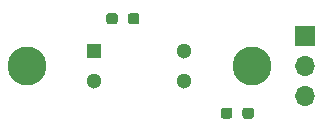
<source format=gbr>
%TF.GenerationSoftware,KiCad,Pcbnew,(5.1.10)-1*%
%TF.CreationDate,2021-10-07T16:57:37+02:00*%
%TF.ProjectId,KSI_rotator_endstop,4b53495f-726f-4746-9174-6f725f656e64,rev?*%
%TF.SameCoordinates,Original*%
%TF.FileFunction,Soldermask,Top*%
%TF.FilePolarity,Negative*%
%FSLAX46Y46*%
G04 Gerber Fmt 4.6, Leading zero omitted, Abs format (unit mm)*
G04 Created by KiCad (PCBNEW (5.1.10)-1) date 2021-10-07 16:57:37*
%MOMM*%
%LPD*%
G01*
G04 APERTURE LIST*
%ADD10C,3.300000*%
%ADD11C,1.300000*%
%ADD12R,1.300000X1.300000*%
%ADD13O,1.700000X1.700000*%
%ADD14R,1.700000X1.700000*%
G04 APERTURE END LIST*
D10*
%TO.C,U1*%
X147700000Y-88500000D03*
X128700000Y-88500000D03*
D11*
X142000000Y-89770000D03*
X142000000Y-87230000D03*
X134400000Y-89770000D03*
D12*
X134400000Y-87230000D03*
%TD*%
D13*
%TO.C,J1*%
X152200000Y-91080000D03*
X152200000Y-88540000D03*
D14*
X152200000Y-86000000D03*
%TD*%
%TO.C,R2*%
G36*
G01*
X146925000Y-92737500D02*
X146925000Y-92262500D01*
G75*
G02*
X147162500Y-92025000I237500J0D01*
G01*
X147662500Y-92025000D01*
G75*
G02*
X147900000Y-92262500I0J-237500D01*
G01*
X147900000Y-92737500D01*
G75*
G02*
X147662500Y-92975000I-237500J0D01*
G01*
X147162500Y-92975000D01*
G75*
G02*
X146925000Y-92737500I0J237500D01*
G01*
G37*
G36*
G01*
X145100000Y-92737500D02*
X145100000Y-92262500D01*
G75*
G02*
X145337500Y-92025000I237500J0D01*
G01*
X145837500Y-92025000D01*
G75*
G02*
X146075000Y-92262500I0J-237500D01*
G01*
X146075000Y-92737500D01*
G75*
G02*
X145837500Y-92975000I-237500J0D01*
G01*
X145337500Y-92975000D01*
G75*
G02*
X145100000Y-92737500I0J237500D01*
G01*
G37*
%TD*%
%TO.C,R1*%
G36*
G01*
X137225000Y-84737500D02*
X137225000Y-84262500D01*
G75*
G02*
X137462500Y-84025000I237500J0D01*
G01*
X137962500Y-84025000D01*
G75*
G02*
X138200000Y-84262500I0J-237500D01*
G01*
X138200000Y-84737500D01*
G75*
G02*
X137962500Y-84975000I-237500J0D01*
G01*
X137462500Y-84975000D01*
G75*
G02*
X137225000Y-84737500I0J237500D01*
G01*
G37*
G36*
G01*
X135400000Y-84737500D02*
X135400000Y-84262500D01*
G75*
G02*
X135637500Y-84025000I237500J0D01*
G01*
X136137500Y-84025000D01*
G75*
G02*
X136375000Y-84262500I0J-237500D01*
G01*
X136375000Y-84737500D01*
G75*
G02*
X136137500Y-84975000I-237500J0D01*
G01*
X135637500Y-84975000D01*
G75*
G02*
X135400000Y-84737500I0J237500D01*
G01*
G37*
%TD*%
M02*

</source>
